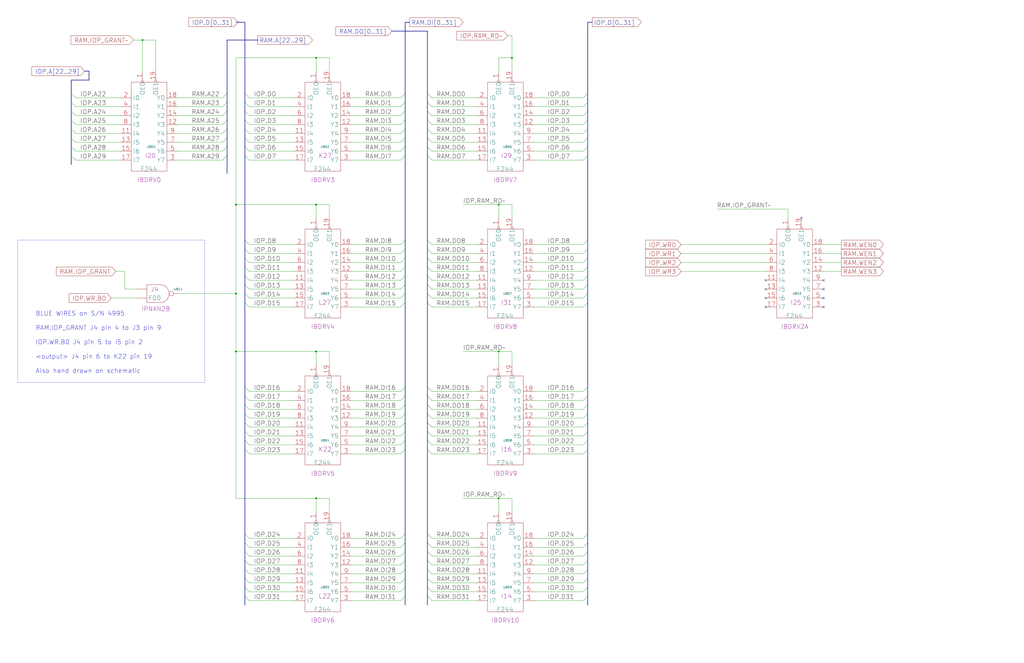
<source format=kicad_sch>
(kicad_sch (version 20250114) (generator "eeschema") (generator_version "9.0")
  (paper "User" 584.2 378.46)
  (title_block (title "IOP\\nMEMORY BUFFERS") (date "22-SEP-90") (rev "2.0") (comment 1 "IOC") (comment 2 "232-003061") (comment 3 "S400") (comment 4 "RELEASED"))
  (lib_symbols
    (symbol "r1000:F00" (pin_numbers (hide yes)) (pin_names (hide yes))
      (property "Reference" "U" (at 15.24 0 0))
      (property "Value" "F00" (at 1.905 -5.08 0))
      (property "Location" "___" (at 1.905 0 0))
      (property "Name" "______" (at 2.54 -12.7 0))
      (symbol "F00_0_1"
        (polyline (pts (xy -2.54 2.54) (xy -2.54 -7.62)) (stroke (width 0.1524)))
        (polyline (pts (xy -2.54 2.54) (xy 5.08 2.54)) (stroke (width 0.1524)))
        (polyline (pts (xy -2.54 -7.62) (xy 5.08 -7.62)) (stroke (width 0.1524)))
        (arc (start 5.08 2.54) (mid 10.1281 -2.54) (end 5.08 -7.62) (stroke (width 0.1524)))
        (circle (center 11.43 -2.54) (radius 1.27) (stroke (width 0.1524)))
      )
      (symbol "F00_0_2"
        (arc (start -3.175 2.54) (mid -2.134 -2.54) (end -3.175 -7.62) (stroke (width 0.1524)))
        (circle (center -3.81 0) (radius 1.27) (stroke (width 0.1524)))
        (circle (center -3.81 -5.08) (radius 1.27) (stroke (width 0.1524)))
        (polyline (pts (xy -3.175 2.54) (xy 3.81 2.54)) (stroke (width 0.1524)))
        (polyline (pts (xy -3.175 -7.62) (xy 3.81 -7.62)) (stroke (width 0.1524)))
        (arc (start 3.81 2.54) (mid 7.5828 0.7472) (end 10.16 -2.54) (stroke (width 0.1524)))
        (arc (start 10.16 -2.54) (mid 7.5855 -5.8306) (end 3.81 -7.62) (stroke (width 0.1524)))
      )
      (symbol "F00_1_1"
        (pin input line (at -7.62 0 0) (length 5.08) (name "D0") (number "1"))
        (pin input line (at -7.62 -5.08 0) (length 5.08) (name "D1") (number "2"))
        (pin output line (at 15.24 -2.54 180) (length 2.54) (name "Q") (number "3"))
      )
      (symbol "F00_1_2"
        (pin input line (at -7.62 0 0) (length 2.54) (name "D0") (number "1"))
        (pin input line (at -7.62 -5.08 0) (length 2.54) (name "D1") (number "2"))
        (pin output line (at 15.24 -2.54 180) (length 5.08) (name "Q") (number "3"))
      )
    )
    (symbol "r1000:F244" (pin_names (offset 1.016))
      (property "Reference" "U" (at 2.54 5.08 0))
      (property "Value" "F244" (at -3.81 -7.62 0))
      (property "Location" "___" (at -1.27 0 0))
      (property "Name" "______" (at 1.27 -15.24 0))
      (symbol "F244_1_1"
        (rectangle (start -8.89 41.91) (end 11.43 -8.89))
        (circle (center -2.54 42.545) (radius 0.635))
        (circle (center 5.08 42.545) (radius 0.635))
        (pin input line (at -15.24 33.02 0) (length 6.35) (name "I0") (number "2"))
        (pin input line (at -15.24 27.94 0) (length 6.35) (name "I1") (number "4"))
        (pin input line (at -15.24 22.86 0) (length 6.35) (name "I2") (number "6"))
        (pin input line (at -15.24 17.78 0) (length 6.35) (name "I3") (number "8"))
        (pin input line (at -15.24 12.7 0) (length 6.35) (name "I4") (number "11"))
        (pin input line (at -15.24 7.62 0) (length 6.35) (name "I5") (number "13"))
        (pin input line (at -15.24 2.54 0) (length 6.35) (name "I6") (number "15"))
        (pin input line (at -15.24 -2.54 0) (length 6.35) (name "I7") (number "17"))
        (pin input line (at -2.54 48.26 270) (length 5.08) (name "OE0") (number "1"))
        (pin input line (at 5.08 48.26 270) (length 5.08) (name "OE1") (number "19"))
        (pin tri_state line (at 17.78 33.02 180) (length 6.35) (name "Y0") (number "18"))
        (pin tri_state line (at 17.78 27.94 180) (length 6.35) (name "Y1") (number "16"))
        (pin tri_state line (at 17.78 22.86 180) (length 6.35) (name "Y2") (number "14"))
        (pin tri_state line (at 17.78 17.78 180) (length 6.35) (name "Y3") (number "12"))
        (pin tri_state line (at 17.78 12.7 180) (length 6.35) (name "Y4") (number "9"))
        (pin tri_state line (at 17.78 7.62 180) (length 6.35) (name "Y5") (number "7"))
        (pin tri_state line (at 17.78 2.54 180) (length 6.35) (name "Y6") (number "5"))
        (pin tri_state line (at 17.78 -2.54 180) (length 6.35) (name "Y7") (number "3"))
      )
    )
  )
  (text "BLUE WIRES on S/N 4995\n\nRAM.IOP_GRANT J4 pin 4 to J3 pin 9\n\nIOP.WR.B0 J4 pin 5 to I5 pin 2\n\n<output> J4 pin 6 to K22 pin 19\n\nAlso hand drawn on schematic" (at 20.32 213.36 0) (effects (font (size 2.54 2.54)) (justify left bottom)))
  (junction (at 292.1 33.02))
  (junction (at 180.34 33.02))
  (junction (at 134.62 167.64))
  (junction (at 284.48 200.66))
  (junction (at 81.28 22.86))
  (junction (at 180.34 284.48))
  (junction (at 284.48 116.84))
  (junction (at 134.62 116.84))
  (junction (at 180.34 116.84))
  (junction (at 180.34 200.66))
  (junction (at 134.62 200.66))
  (junction (at 284.48 284.48))
  (no_connect (at 469.9 165.1))
  (no_connect (at 469.9 170.18))
  (no_connect (at 469.9 160.02))
  (no_connect (at 436.88 160.02))
  (no_connect (at 457.2 124.46))
  (no_connect (at 436.88 170.18))
  (no_connect (at 436.88 175.26))
  (no_connect (at 469.9 175.26))
  (no_connect (at 436.88 165.1))
  (bus_entry (at 335.28 73.66) (size -2.54 2.54))
  (bus_entry (at 335.28 63.5) (size -2.54 2.54))
  (bus_entry (at 139.7 251.46) (size 2.54 2.54))
  (bus_entry (at 139.7 226.06) (size 2.54 2.54))
  (bus_entry (at 129.54 68.58) (size -2.54 2.54))
  (bus_entry (at 139.7 137.16) (size 2.54 2.54))
  (bus_entry (at 243.84 147.32) (size 2.54 2.54))
  (bus_entry (at 139.7 246.38) (size 2.54 2.54))
  (bus_entry (at 231.14 314.96) (size -2.54 2.54))
  (bus_entry (at 243.84 325.12) (size 2.54 2.54))
  (bus_entry (at 335.28 251.46) (size -2.54 2.54))
  (bus_entry (at 243.84 162.56) (size 2.54 2.54))
  (bus_entry (at 40.64 88.9) (size 2.54 2.54))
  (bus_entry (at 335.28 162.56) (size -2.54 2.54))
  (bus_entry (at 231.14 231.14) (size -2.54 2.54))
  (bus_entry (at 231.14 220.98) (size -2.54 2.54))
  (bus_entry (at 139.7 304.8) (size 2.54 2.54))
  (bus_entry (at 231.14 142.24) (size -2.54 2.54))
  (bus_entry (at 231.14 83.82) (size -2.54 2.54))
  (bus_entry (at 139.7 63.5) (size 2.54 2.54))
  (bus_entry (at 243.84 220.98) (size 2.54 2.54))
  (bus_entry (at 231.14 73.66) (size -2.54 2.54))
  (bus_entry (at 231.14 246.38) (size -2.54 2.54))
  (bus_entry (at 335.28 172.72) (size -2.54 2.54))
  (bus_entry (at 139.7 73.66) (size 2.54 2.54))
  (bus_entry (at 243.84 335.28) (size 2.54 2.54))
  (bus_entry (at 139.7 167.64) (size 2.54 2.54))
  (bus_entry (at 231.14 172.72) (size -2.54 2.54))
  (bus_entry (at 129.54 63.5) (size -2.54 2.54))
  (bus_entry (at 335.28 157.48) (size -2.54 2.54))
  (bus_entry (at 335.28 236.22) (size -2.54 2.54))
  (bus_entry (at 335.28 78.74) (size -2.54 2.54))
  (bus_entry (at 335.28 137.16) (size -2.54 2.54))
  (bus_entry (at 243.84 53.34) (size 2.54 2.54))
  (bus_entry (at 129.54 83.82) (size -2.54 2.54))
  (bus_entry (at 139.7 320.04) (size 2.54 2.54))
  (bus_entry (at 335.28 314.96) (size -2.54 2.54))
  (bus_entry (at 335.28 88.9) (size -2.54 2.54))
  (bus_entry (at 231.14 167.64) (size -2.54 2.54))
  (bus_entry (at 335.28 53.34) (size -2.54 2.54))
  (bus_entry (at 231.14 241.3) (size -2.54 2.54))
  (bus_entry (at 139.7 241.3) (size 2.54 2.54))
  (bus_entry (at 231.14 78.74) (size -2.54 2.54))
  (bus_entry (at 335.28 147.32) (size -2.54 2.54))
  (bus_entry (at 231.14 304.8) (size -2.54 2.54))
  (bus_entry (at 243.84 330.2) (size 2.54 2.54))
  (bus_entry (at 231.14 340.36) (size -2.54 2.54))
  (bus_entry (at 139.7 330.2) (size 2.54 2.54))
  (bus_entry (at 335.28 226.06) (size -2.54 2.54))
  (bus_entry (at 335.28 220.98) (size -2.54 2.54))
  (bus_entry (at 231.14 53.34) (size -2.54 2.54))
  (bus_entry (at 139.7 335.28) (size 2.54 2.54))
  (bus_entry (at 335.28 325.12) (size -2.54 2.54))
  (bus_entry (at 139.7 147.32) (size 2.54 2.54))
  (bus_entry (at 40.64 73.66) (size 2.54 2.54))
  (bus_entry (at 335.28 241.3) (size -2.54 2.54))
  (bus_entry (at 139.7 314.96) (size 2.54 2.54))
  (bus_entry (at 335.28 330.2) (size -2.54 2.54))
  (bus_entry (at 243.84 68.58) (size 2.54 2.54))
  (bus_entry (at 243.84 241.3) (size 2.54 2.54))
  (bus_entry (at 40.64 58.42) (size 2.54 2.54))
  (bus_entry (at 243.84 226.06) (size 2.54 2.54))
  (bus_entry (at 243.84 78.74) (size 2.54 2.54))
  (bus_entry (at 40.64 68.58) (size 2.54 2.54))
  (bus_entry (at 231.14 147.32) (size -2.54 2.54))
  (bus_entry (at 40.64 83.82) (size 2.54 2.54))
  (bus_entry (at 40.64 53.34) (size 2.54 2.54))
  (bus_entry (at 243.84 304.8) (size 2.54 2.54))
  (bus_entry (at 243.84 63.5) (size 2.54 2.54))
  (bus_entry (at 129.54 58.42) (size -2.54 2.54))
  (bus_entry (at 40.64 78.74) (size 2.54 2.54))
  (bus_entry (at 243.84 142.24) (size 2.54 2.54))
  (bus_entry (at 129.54 88.9) (size -2.54 2.54))
  (bus_entry (at 243.84 172.72) (size 2.54 2.54))
  (bus_entry (at 139.7 58.42) (size 2.54 2.54))
  (bus_entry (at 243.84 137.16) (size 2.54 2.54))
  (bus_entry (at 231.14 63.5) (size -2.54 2.54))
  (bus_entry (at 231.14 320.04) (size -2.54 2.54))
  (bus_entry (at 335.28 142.24) (size -2.54 2.54))
  (bus_entry (at 335.28 340.36) (size -2.54 2.54))
  (bus_entry (at 139.7 157.48) (size 2.54 2.54))
  (bus_entry (at 231.14 157.48) (size -2.54 2.54))
  (bus_entry (at 231.14 330.2) (size -2.54 2.54))
  (bus_entry (at 243.84 152.4) (size 2.54 2.54))
  (bus_entry (at 243.84 314.96) (size 2.54 2.54))
  (bus_entry (at 243.84 157.48) (size 2.54 2.54))
  (bus_entry (at 231.14 256.54) (size -2.54 2.54))
  (bus_entry (at 231.14 236.22) (size -2.54 2.54))
  (bus_entry (at 139.7 325.12) (size 2.54 2.54))
  (bus_entry (at 335.28 304.8) (size -2.54 2.54))
  (bus_entry (at 231.14 162.56) (size -2.54 2.54))
  (bus_entry (at 139.7 220.98) (size 2.54 2.54))
  (bus_entry (at 139.7 88.9) (size 2.54 2.54))
  (bus_entry (at 129.54 73.66) (size -2.54 2.54))
  (bus_entry (at 139.7 83.82) (size 2.54 2.54))
  (bus_entry (at 231.14 137.16) (size -2.54 2.54))
  (bus_entry (at 243.84 251.46) (size 2.54 2.54))
  (bus_entry (at 335.28 231.14) (size -2.54 2.54))
  (bus_entry (at 243.84 167.64) (size 2.54 2.54))
  (bus_entry (at 243.84 73.66) (size 2.54 2.54))
  (bus_entry (at 231.14 309.88) (size -2.54 2.54))
  (bus_entry (at 335.28 256.54) (size -2.54 2.54))
  (bus_entry (at 139.7 256.54) (size 2.54 2.54))
  (bus_entry (at 243.84 231.14) (size 2.54 2.54))
  (bus_entry (at 139.7 142.24) (size 2.54 2.54))
  (bus_entry (at 335.28 309.88) (size -2.54 2.54))
  (bus_entry (at 139.7 309.88) (size 2.54 2.54))
  (bus_entry (at 243.84 236.22) (size 2.54 2.54))
  (bus_entry (at 243.84 309.88) (size 2.54 2.54))
  (bus_entry (at 231.14 68.58) (size -2.54 2.54))
  (bus_entry (at 139.7 162.56) (size 2.54 2.54))
  (bus_entry (at 231.14 325.12) (size -2.54 2.54))
  (bus_entry (at 139.7 172.72) (size 2.54 2.54))
  (bus_entry (at 243.84 88.9) (size 2.54 2.54))
  (bus_entry (at 231.14 226.06) (size -2.54 2.54))
  (bus_entry (at 231.14 251.46) (size -2.54 2.54))
  (bus_entry (at 139.7 236.22) (size 2.54 2.54))
  (bus_entry (at 243.84 246.38) (size 2.54 2.54))
  (bus_entry (at 335.28 152.4) (size -2.54 2.54))
  (bus_entry (at 335.28 167.64) (size -2.54 2.54))
  (bus_entry (at 231.14 335.28) (size -2.54 2.54))
  (bus_entry (at 335.28 246.38) (size -2.54 2.54))
  (bus_entry (at 243.84 340.36) (size 2.54 2.54))
  (bus_entry (at 243.84 58.42) (size 2.54 2.54))
  (bus_entry (at 335.28 335.28) (size -2.54 2.54))
  (bus_entry (at 243.84 83.82) (size 2.54 2.54))
  (bus_entry (at 40.64 63.5) (size 2.54 2.54))
  (bus_entry (at 129.54 78.74) (size -2.54 2.54))
  (bus_entry (at 139.7 78.74) (size 2.54 2.54))
  (bus_entry (at 335.28 320.04) (size -2.54 2.54))
  (bus_entry (at 335.28 68.58) (size -2.54 2.54))
  (bus_entry (at 129.54 53.34) (size -2.54 2.54))
  (bus_entry (at 335.28 58.42) (size -2.54 2.54))
  (bus_entry (at 139.7 152.4) (size 2.54 2.54))
  (bus_entry (at 335.28 83.82) (size -2.54 2.54))
  (bus_entry (at 139.7 340.36) (size 2.54 2.54))
  (bus_entry (at 243.84 320.04) (size 2.54 2.54))
  (bus_entry (at 139.7 53.34) (size 2.54 2.54))
  (bus_entry (at 139.7 231.14) (size 2.54 2.54))
  (bus_entry (at 231.14 152.4) (size -2.54 2.54))
  (bus_entry (at 139.7 68.58) (size 2.54 2.54))
  (bus_entry (at 231.14 58.42) (size -2.54 2.54))
  (bus_entry (at 243.84 256.54) (size 2.54 2.54))
  (bus_entry (at 231.14 88.9) (size -2.54 2.54))
  (bus (pts (xy 40.64 78.74) (xy 40.64 83.82)))
  (wire (pts (xy 142.24 228.6) (xy 167.64 228.6)))
  (wire (pts (xy 304.8 170.18) (xy 332.74 170.18)))
  (wire (pts (xy 246.38 238.76) (xy 271.78 238.76)))
  (wire (pts (xy 246.38 327.66) (xy 271.78 327.66)))
  (wire (pts (xy 284.48 33.02) (xy 284.48 40.64)))
  (wire (pts (xy 81.28 22.86) (xy 88.9 22.86)))
  (bus (pts (xy 139.7 53.34) (xy 139.7 58.42)))
  (bus (pts (xy 139.7 78.74) (xy 139.7 83.82)))
  (wire (pts (xy 180.34 284.48) (xy 134.62 284.48)))
  (wire (pts (xy 304.8 307.34) (xy 332.74 307.34)))
  (bus (pts (xy 335.28 241.3) (xy 335.28 246.38)))
  (wire (pts (xy 142.24 160.02) (xy 167.64 160.02)))
  (wire (pts (xy 246.38 228.6) (xy 271.78 228.6)))
  (bus (pts (xy 139.7 142.24) (xy 139.7 147.32)))
  (bus (pts (xy 335.28 12.7) (xy 337.82 12.7)))
  (wire (pts (xy 246.38 243.84) (xy 271.78 243.84)))
  (bus (pts (xy 139.7 73.66) (xy 139.7 78.74)))
  (bus (pts (xy 139.7 256.54) (xy 139.7 304.8)))
  (bus (pts (xy 335.28 63.5) (xy 335.28 68.58)))
  (wire (pts (xy 292.1 124.46) (xy 292.1 116.84)))
  (bus (pts (xy 40.64 88.9) (xy 40.64 93.98)))
  (bus (pts (xy 335.28 142.24) (xy 335.28 147.32)))
  (wire (pts (xy 142.24 66.04) (xy 167.64 66.04)))
  (bus (pts (xy 243.84 236.22) (xy 243.84 241.3)))
  (bus (pts (xy 231.14 309.88) (xy 231.14 314.96)))
  (bus (pts (xy 129.54 78.74) (xy 129.54 83.82)))
  (wire (pts (xy 246.38 233.68) (xy 271.78 233.68)))
  (bus (pts (xy 243.84 304.8) (xy 243.84 309.88)))
  (wire (pts (xy 180.34 284.48) (xy 180.34 292.1)))
  (wire (pts (xy 200.66 160.02) (xy 228.6 160.02)))
  (bus (pts (xy 243.84 157.48) (xy 243.84 162.56)))
  (bus (pts (xy 243.84 167.64) (xy 243.84 172.72)))
  (bus (pts (xy 40.64 45.72) (xy 40.64 53.34)))
  (bus (pts (xy 139.7 157.48) (xy 139.7 162.56)))
  (wire (pts (xy 142.24 144.78) (xy 167.64 144.78)))
  (wire (pts (xy 134.62 200.66) (xy 134.62 284.48)))
  (bus (pts (xy 129.54 53.34) (xy 129.54 58.42)))
  (wire (pts (xy 142.24 165.1) (xy 167.64 165.1)))
  (polyline (pts (xy 10.16 137.16) (xy 10.16 218.44)) (stroke (width 0.0243)))
  (wire (pts (xy 289.56 20.32) (xy 292.1 20.32)))
  (bus (pts (xy 243.84 73.66) (xy 243.84 78.74)))
  (wire (pts (xy 292.1 33.02) (xy 284.48 33.02)))
  (bus (pts (xy 335.28 256.54) (xy 335.28 304.8)))
  (wire (pts (xy 246.38 332.74) (xy 271.78 332.74)))
  (wire (pts (xy 304.8 223.52) (xy 332.74 223.52)))
  (bus (pts (xy 50.8 40.64) (xy 50.8 45.72)))
  (bus (pts (xy 139.7 251.46) (xy 139.7 256.54)))
  (bus (pts (xy 40.64 58.42) (xy 40.64 63.5)))
  (wire (pts (xy 142.24 238.76) (xy 167.64 238.76)))
  (bus (pts (xy 243.84 220.98) (xy 243.84 226.06)))
  (wire (pts (xy 304.8 312.42) (xy 332.74 312.42)))
  (wire (pts (xy 142.24 71.12) (xy 167.64 71.12)))
  (bus (pts (xy 335.28 157.48) (xy 335.28 162.56)))
  (bus (pts (xy 50.8 45.72) (xy 40.64 45.72)))
  (bus (pts (xy 335.28 304.8) (xy 335.28 309.88)))
  (wire (pts (xy 388.62 139.7) (xy 436.88 139.7)))
  (wire (pts (xy 304.8 327.66) (xy 332.74 327.66)))
  (bus (pts (xy 243.84 320.04) (xy 243.84 325.12)))
  (bus (pts (xy 231.14 58.42) (xy 231.14 63.5)))
  (wire (pts (xy 187.96 292.1) (xy 187.96 284.48)))
  (wire (pts (xy 180.34 200.66) (xy 180.34 208.28)))
  (bus (pts (xy 243.84 335.28) (xy 243.84 340.36)))
  (bus (pts (xy 48.26 40.64) (xy 50.8 40.64)))
  (wire (pts (xy 246.38 60.96) (xy 271.78 60.96)))
  (wire (pts (xy 200.66 238.76) (xy 228.6 238.76)))
  (bus (pts (xy 231.14 147.32) (xy 231.14 152.4)))
  (bus (pts (xy 335.28 320.04) (xy 335.28 325.12)))
  (wire (pts (xy 292.1 292.1) (xy 292.1 284.48)))
  (wire (pts (xy 304.8 160.02) (xy 332.74 160.02)))
  (wire (pts (xy 304.8 60.96) (xy 332.74 60.96)))
  (bus (pts (xy 335.28 251.46) (xy 335.28 256.54)))
  (bus (pts (xy 335.28 53.34) (xy 335.28 58.42)))
  (wire (pts (xy 142.24 81.28) (xy 167.64 81.28)))
  (bus (pts (xy 139.7 83.82) (xy 139.7 88.9)))
  (bus (pts (xy 139.7 147.32) (xy 139.7 152.4)))
  (bus (pts (xy 139.7 320.04) (xy 139.7 325.12)))
  (wire (pts (xy 200.66 223.52) (xy 228.6 223.52)))
  (wire (pts (xy 246.38 76.2) (xy 271.78 76.2)))
  (wire (pts (xy 304.8 317.5) (xy 332.74 317.5)))
  (wire (pts (xy 200.66 233.68) (xy 228.6 233.68)))
  (wire (pts (xy 142.24 259.08) (xy 167.64 259.08)))
  (bus (pts (xy 231.14 63.5) (xy 231.14 68.58)))
  (wire (pts (xy 469.9 149.86) (xy 480.06 149.86)))
  (wire (pts (xy 246.38 71.12) (xy 271.78 71.12)))
  (wire (pts (xy 284.48 284.48) (xy 284.48 292.1)))
  (wire (pts (xy 142.24 76.2) (xy 167.64 76.2)))
  (bus (pts (xy 129.54 22.86) (xy 147.32 22.86)))
  (wire (pts (xy 142.24 322.58) (xy 167.64 322.58)))
  (wire (pts (xy 304.8 243.84) (xy 332.74 243.84)))
  (wire (pts (xy 200.66 154.94) (xy 228.6 154.94)))
  (wire (pts (xy 292.1 116.84) (xy 284.48 116.84)))
  (wire (pts (xy 200.66 327.66) (xy 228.6 327.66)))
  (bus (pts (xy 335.28 162.56) (xy 335.28 167.64)))
  (wire (pts (xy 388.62 144.78) (xy 436.88 144.78)))
  (bus (pts (xy 231.14 320.04) (xy 231.14 325.12)))
  (bus (pts (xy 243.84 63.5) (xy 243.84 68.58)))
  (bus (pts (xy 231.14 12.7) (xy 233.68 12.7)))
  (bus (pts (xy 243.84 88.9) (xy 243.84 137.16)))
  (wire (pts (xy 101.6 55.88) (xy 127 55.88)))
  (bus (pts (xy 139.7 172.72) (xy 139.7 220.98)))
  (bus (pts (xy 129.54 63.5) (xy 129.54 68.58)))
  (wire (pts (xy 142.24 233.68) (xy 167.64 233.68)))
  (bus (pts (xy 335.28 172.72) (xy 335.28 220.98)))
  (bus (pts (xy 335.28 147.32) (xy 335.28 152.4)))
  (bus (pts (xy 231.14 53.34) (xy 231.14 58.42)))
  (wire (pts (xy 264.16 116.84) (xy 284.48 116.84)))
  (bus (pts (xy 139.7 88.9) (xy 139.7 137.16)))
  (wire (pts (xy 200.66 322.58) (xy 228.6 322.58)))
  (bus (pts (xy 223.52 17.78) (xy 243.84 17.78)))
  (wire (pts (xy 180.34 116.84) (xy 180.34 124.46)))
  (wire (pts (xy 284.48 200.66) (xy 284.48 208.28)))
  (wire (pts (xy 101.6 71.12) (xy 127 71.12)))
  (bus (pts (xy 335.28 58.42) (xy 335.28 63.5)))
  (wire (pts (xy 292.1 200.66) (xy 284.48 200.66)))
  (bus (pts (xy 231.14 304.8) (xy 231.14 309.88)))
  (wire (pts (xy 304.8 91.44) (xy 332.74 91.44)))
  (wire (pts (xy 469.9 144.78) (xy 480.06 144.78)))
  (wire (pts (xy 200.66 71.12) (xy 228.6 71.12)))
  (bus (pts (xy 139.7 162.56) (xy 139.7 167.64)))
  (bus (pts (xy 335.28 226.06) (xy 335.28 231.14)))
  (wire (pts (xy 200.66 248.92) (xy 228.6 248.92)))
  (bus (pts (xy 335.28 335.28) (xy 335.28 340.36)))
  (bus (pts (xy 335.28 83.82) (xy 335.28 88.9)))
  (wire (pts (xy 449.58 119.38) (xy 449.58 124.46)))
  (bus (pts (xy 243.84 17.78) (xy 243.84 53.34)))
  (bus (pts (xy 40.64 63.5) (xy 40.64 68.58)))
  (bus (pts (xy 139.7 314.96) (xy 139.7 320.04)))
  (wire (pts (xy 63.5 170.18) (xy 78.74 170.18)))
  (bus (pts (xy 335.28 12.7) (xy 335.28 53.34)))
  (wire (pts (xy 304.8 337.82) (xy 332.74 337.82)))
  (bus (pts (xy 139.7 231.14) (xy 139.7 236.22)))
  (wire (pts (xy 142.24 332.74) (xy 167.64 332.74)))
  (bus (pts (xy 335.28 330.2) (xy 335.28 335.28)))
  (wire (pts (xy 246.38 144.78) (xy 271.78 144.78)))
  (wire (pts (xy 246.38 86.36) (xy 271.78 86.36)))
  (wire (pts (xy 101.6 76.2) (xy 127 76.2)))
  (wire (pts (xy 101.6 60.96) (xy 127 60.96)))
  (wire (pts (xy 142.24 248.92) (xy 167.64 248.92)))
  (wire (pts (xy 246.38 154.94) (xy 271.78 154.94)))
  (bus (pts (xy 243.84 53.34) (xy 243.84 58.42)))
  (bus (pts (xy 231.14 12.7) (xy 231.14 53.34)))
  (wire (pts (xy 304.8 55.88) (xy 332.74 55.88)))
  (bus (pts (xy 231.14 88.9) (xy 231.14 137.16)))
  (wire (pts (xy 187.96 40.64) (xy 187.96 33.02)))
  (bus (pts (xy 139.7 340.36) (xy 139.7 345.44)))
  (wire (pts (xy 246.38 259.08) (xy 271.78 259.08)))
  (wire (pts (xy 134.62 33.02) (xy 134.62 116.84)))
  (wire (pts (xy 304.8 228.6) (xy 332.74 228.6)))
  (bus (pts (xy 231.14 231.14) (xy 231.14 236.22)))
  (wire (pts (xy 187.96 124.46) (xy 187.96 116.84)))
  (bus (pts (xy 335.28 167.64) (xy 335.28 172.72)))
  (bus (pts (xy 231.14 142.24) (xy 231.14 147.32)))
  (bus (pts (xy 335.28 78.74) (xy 335.28 83.82)))
  (wire (pts (xy 180.34 33.02) (xy 134.62 33.02)))
  (bus (pts (xy 243.84 314.96) (xy 243.84 320.04)))
  (wire (pts (xy 304.8 144.78) (xy 332.74 144.78)))
  (wire (pts (xy 200.66 66.04) (xy 228.6 66.04)))
  (bus (pts (xy 139.7 236.22) (xy 139.7 241.3)))
  (wire (pts (xy 142.24 317.5) (xy 167.64 317.5)))
  (bus (pts (xy 231.14 325.12) (xy 231.14 330.2)))
  (bus (pts (xy 129.54 88.9) (xy 129.54 99.06)))
  (bus (pts (xy 139.7 325.12) (xy 139.7 330.2)))
  (wire (pts (xy 187.96 208.28) (xy 187.96 200.66)))
  (bus (pts (xy 335.28 314.96) (xy 335.28 320.04)))
  (wire (pts (xy 43.18 66.04) (xy 68.58 66.04)))
  (bus (pts (xy 243.84 172.72) (xy 243.84 220.98)))
  (wire (pts (xy 284.48 116.84) (xy 284.48 124.46)))
  (wire (pts (xy 246.38 307.34) (xy 271.78 307.34)))
  (wire (pts (xy 43.18 55.88) (xy 68.58 55.88)))
  (wire (pts (xy 388.62 149.86) (xy 436.88 149.86)))
  (wire (pts (xy 142.24 342.9) (xy 167.64 342.9)))
  (bus (pts (xy 129.54 22.86) (xy 129.54 53.34)))
  (bus (pts (xy 139.7 12.7) (xy 139.7 53.34)))
  (wire (pts (xy 101.6 86.36) (xy 127 86.36)))
  (wire (pts (xy 142.24 55.88) (xy 167.64 55.88)))
  (wire (pts (xy 246.38 55.88) (xy 271.78 55.88)))
  (wire (pts (xy 304.8 139.7) (xy 332.74 139.7)))
  (bus (pts (xy 129.54 83.82) (xy 129.54 88.9)))
  (bus (pts (xy 139.7 246.38) (xy 139.7 251.46)))
  (bus (pts (xy 231.14 73.66) (xy 231.14 78.74)))
  (wire (pts (xy 304.8 165.1) (xy 332.74 165.1)))
  (bus (pts (xy 231.14 78.74) (xy 231.14 83.82)))
  (wire (pts (xy 246.38 175.26) (xy 271.78 175.26)))
  (wire (pts (xy 304.8 248.92) (xy 332.74 248.92)))
  (wire (pts (xy 408.94 119.38) (xy 449.58 119.38)))
  (bus (pts (xy 243.84 251.46) (xy 243.84 256.54)))
  (wire (pts (xy 142.24 327.66) (xy 167.64 327.66)))
  (bus (pts (xy 231.14 256.54) (xy 231.14 304.8)))
  (wire (pts (xy 246.38 91.44) (xy 271.78 91.44)))
  (bus (pts (xy 129.54 73.66) (xy 129.54 78.74)))
  (bus (pts (xy 243.84 330.2) (xy 243.84 335.28)))
  (wire (pts (xy 200.66 144.78) (xy 228.6 144.78)))
  (wire (pts (xy 246.38 139.7) (xy 271.78 139.7)))
  (wire (pts (xy 200.66 91.44) (xy 228.6 91.44)))
  (wire (pts (xy 469.9 139.7) (xy 480.06 139.7)))
  (bus (pts (xy 40.64 83.82) (xy 40.64 88.9)))
  (wire (pts (xy 142.24 243.84) (xy 167.64 243.84)))
  (bus (pts (xy 335.28 309.88) (xy 335.28 314.96)))
  (bus (pts (xy 243.84 231.14) (xy 243.84 236.22)))
  (bus (pts (xy 243.84 241.3) (xy 243.84 246.38)))
  (wire (pts (xy 134.62 116.84) (xy 180.34 116.84)))
  (bus (pts (xy 231.14 241.3) (xy 231.14 246.38)))
  (wire (pts (xy 292.1 20.32) (xy 292.1 33.02)))
  (wire (pts (xy 101.6 66.04) (xy 127 66.04)))
  (bus (pts (xy 335.28 246.38) (xy 335.28 251.46)))
  (bus (pts (xy 231.14 137.16) (xy 231.14 142.24)))
  (bus (pts (xy 231.14 172.72) (xy 231.14 220.98)))
  (wire (pts (xy 304.8 233.68) (xy 332.74 233.68)))
  (wire (pts (xy 134.62 167.64) (xy 134.62 200.66)))
  (bus (pts (xy 243.84 256.54) (xy 243.84 304.8)))
  (wire (pts (xy 43.18 91.44) (xy 68.58 91.44)))
  (wire (pts (xy 142.24 254) (xy 167.64 254)))
  (bus (pts (xy 231.14 330.2) (xy 231.14 335.28)))
  (wire (pts (xy 187.96 200.66) (xy 180.34 200.66)))
  (bus (pts (xy 231.14 162.56) (xy 231.14 167.64)))
  (wire (pts (xy 304.8 259.08) (xy 332.74 259.08)))
  (wire (pts (xy 246.38 223.52) (xy 271.78 223.52)))
  (bus (pts (xy 231.14 314.96) (xy 231.14 320.04)))
  (wire (pts (xy 304.8 154.94) (xy 332.74 154.94)))
  (wire (pts (xy 187.96 33.02) (xy 180.34 33.02)))
  (wire (pts (xy 304.8 149.86) (xy 332.74 149.86)))
  (wire (pts (xy 200.66 317.5) (xy 228.6 317.5)))
  (bus (pts (xy 231.14 152.4) (xy 231.14 157.48)))
  (wire (pts (xy 200.66 139.7) (xy 228.6 139.7)))
  (wire (pts (xy 304.8 76.2) (xy 332.74 76.2)))
  (bus (pts (xy 243.84 226.06) (xy 243.84 231.14)))
  (bus (pts (xy 243.84 340.36) (xy 243.84 345.44)))
  (wire (pts (xy 200.66 254) (xy 228.6 254)))
  (bus (pts (xy 243.84 58.42) (xy 243.84 63.5)))
  (wire (pts (xy 142.24 337.82) (xy 167.64 337.82)))
  (bus (pts (xy 335.28 152.4) (xy 335.28 157.48)))
  (bus (pts (xy 139.7 335.28) (xy 139.7 340.36)))
  (bus (pts (xy 335.28 137.16) (xy 335.28 142.24)))
  (bus (pts (xy 139.7 152.4) (xy 139.7 157.48)))
  (wire (pts (xy 200.66 312.42) (xy 228.6 312.42)))
  (wire (pts (xy 304.8 254) (xy 332.74 254)))
  (bus (pts (xy 139.7 330.2) (xy 139.7 335.28)))
  (wire (pts (xy 469.9 154.94) (xy 480.06 154.94)))
  (polyline (pts (xy 10.16 137.16) (xy 116.84 137.16)) (stroke (width 0.0243)))
  (bus (pts (xy 243.84 147.32) (xy 243.84 152.4)))
  (bus (pts (xy 129.54 68.58) (xy 129.54 73.66)))
  (wire (pts (xy 180.34 33.02) (xy 180.34 40.64)))
  (wire (pts (xy 246.38 317.5) (xy 271.78 317.5)))
  (bus (pts (xy 231.14 340.36) (xy 231.14 345.44)))
  (bus (pts (xy 231.14 220.98) (xy 231.14 226.06)))
  (wire (pts (xy 200.66 170.18) (xy 228.6 170.18)))
  (wire (pts (xy 292.1 284.48) (xy 284.48 284.48)))
  (bus (pts (xy 40.64 68.58) (xy 40.64 73.66)))
  (wire (pts (xy 292.1 40.64) (xy 292.1 33.02)))
  (wire (pts (xy 246.38 160.02) (xy 271.78 160.02)))
  (wire (pts (xy 200.66 81.28) (xy 228.6 81.28)))
  (wire (pts (xy 200.66 307.34) (xy 228.6 307.34)))
  (bus (pts (xy 243.84 246.38) (xy 243.84 251.46)))
  (wire (pts (xy 88.9 22.86) (xy 88.9 40.64)))
  (wire (pts (xy 264.16 200.66) (xy 284.48 200.66)))
  (bus (pts (xy 40.64 53.34) (xy 40.64 58.42)))
  (bus (pts (xy 231.14 246.38) (xy 231.14 251.46)))
  (wire (pts (xy 200.66 165.1) (xy 228.6 165.1)))
  (bus (pts (xy 139.7 241.3) (xy 139.7 246.38)))
  (wire (pts (xy 142.24 223.52) (xy 167.64 223.52)))
  (wire (pts (xy 66.04 154.94) (xy 71.12 154.94)))
  (wire (pts (xy 200.66 332.74) (xy 228.6 332.74)))
  (bus (pts (xy 243.84 162.56) (xy 243.84 167.64)))
  (wire (pts (xy 142.24 139.7) (xy 167.64 139.7)))
  (bus (pts (xy 139.7 226.06) (xy 139.7 231.14)))
  (wire (pts (xy 246.38 312.42) (xy 271.78 312.42)))
  (wire (pts (xy 304.8 332.74) (xy 332.74 332.74)))
  (wire (pts (xy 142.24 170.18) (xy 167.64 170.18)))
  (wire (pts (xy 246.38 248.92) (xy 271.78 248.92)))
  (bus (pts (xy 335.28 68.58) (xy 335.28 73.66)))
  (wire (pts (xy 142.24 91.44) (xy 167.64 91.44)))
  (wire (pts (xy 246.38 81.28) (xy 271.78 81.28)))
  (bus (pts (xy 134.62 12.7) (xy 139.7 12.7)))
  (wire (pts (xy 71.12 165.1) (xy 78.74 165.1)))
  (bus (pts (xy 243.84 83.82) (xy 243.84 88.9)))
  (polyline (pts (xy 116.84 137.16) (xy 116.84 218.44)) (stroke (width 0.0243)))
  (bus (pts (xy 231.14 157.48) (xy 231.14 162.56)))
  (wire (pts (xy 246.38 254) (xy 271.78 254)))
  (wire (pts (xy 200.66 175.26) (xy 228.6 175.26)))
  (bus (pts (xy 231.14 236.22) (xy 231.14 241.3)))
  (wire (pts (xy 43.18 71.12) (xy 68.58 71.12)))
  (bus (pts (xy 40.64 73.66) (xy 40.64 78.74)))
  (bus (pts (xy 139.7 304.8) (xy 139.7 309.88)))
  (wire (pts (xy 200.66 86.36) (xy 228.6 86.36)))
  (wire (pts (xy 101.6 91.44) (xy 127 91.44)))
  (bus (pts (xy 243.84 152.4) (xy 243.84 157.48)))
  (wire (pts (xy 246.38 322.58) (xy 271.78 322.58)))
  (wire (pts (xy 246.38 342.9) (xy 271.78 342.9)))
  (wire (pts (xy 142.24 312.42) (xy 167.64 312.42)))
  (wire (pts (xy 304.8 81.28) (xy 332.74 81.28)))
  (wire (pts (xy 304.8 86.36) (xy 332.74 86.36)))
  (bus (pts (xy 231.14 83.82) (xy 231.14 88.9)))
  (bus (pts (xy 243.84 325.12) (xy 243.84 330.2)))
  (wire (pts (xy 200.66 259.08) (xy 228.6 259.08)))
  (wire (pts (xy 142.24 175.26) (xy 167.64 175.26)))
  (wire (pts (xy 200.66 243.84) (xy 228.6 243.84)))
  (bus (pts (xy 139.7 58.42) (xy 139.7 63.5)))
  (wire (pts (xy 246.38 170.18) (xy 271.78 170.18)))
  (bus (pts (xy 231.14 251.46) (xy 231.14 256.54)))
  (bus (pts (xy 139.7 68.58) (xy 139.7 73.66)))
  (wire (pts (xy 43.18 76.2) (xy 68.58 76.2)))
  (wire (pts (xy 200.66 76.2) (xy 228.6 76.2)))
  (wire (pts (xy 43.18 86.36) (xy 68.58 86.36)))
  (bus (pts (xy 243.84 309.88) (xy 243.84 314.96)))
  (bus (pts (xy 335.28 88.9) (xy 335.28 137.16)))
  (wire (pts (xy 304.8 175.26) (xy 332.74 175.26)))
  (wire (pts (xy 142.24 60.96) (xy 167.64 60.96)))
  (bus (pts (xy 139.7 137.16) (xy 139.7 142.24)))
  (bus (pts (xy 335.28 231.14) (xy 335.28 236.22)))
  (wire (pts (xy 304.8 238.76) (xy 332.74 238.76)))
  (wire (pts (xy 101.6 81.28) (xy 127 81.28)))
  (wire (pts (xy 187.96 116.84) (xy 180.34 116.84)))
  (wire (pts (xy 142.24 154.94) (xy 167.64 154.94)))
  (wire (pts (xy 304.8 322.58) (xy 332.74 322.58)))
  (bus (pts (xy 231.14 335.28) (xy 231.14 340.36)))
  (wire (pts (xy 292.1 208.28) (xy 292.1 200.66)))
  (polyline (pts (xy 116.84 218.44) (xy 10.16 218.44)) (stroke (width 0.0243)))
  (wire (pts (xy 200.66 228.6) (xy 228.6 228.6)))
  (wire (pts (xy 304.8 71.12) (xy 332.74 71.12)))
  (bus (pts (xy 335.28 73.66) (xy 335.28 78.74)))
  (wire (pts (xy 200.66 337.82) (xy 228.6 337.82)))
  (bus (pts (xy 231.14 68.58) (xy 231.14 73.66)))
  (wire (pts (xy 264.16 284.48) (xy 284.48 284.48)))
  (wire (pts (xy 134.62 116.84) (xy 134.62 167.64)))
  (wire (pts (xy 76.2 22.86) (xy 81.28 22.86)))
  (wire (pts (xy 246.38 165.1) (xy 271.78 165.1)))
  (wire (pts (xy 200.66 149.86) (xy 228.6 149.86)))
  (wire (pts (xy 71.12 154.94) (xy 71.12 165.1)))
  (wire (pts (xy 81.28 22.86) (xy 81.28 40.64)))
  (wire (pts (xy 187.96 284.48) (xy 180.34 284.48)))
  (wire (pts (xy 246.38 149.86) (xy 271.78 149.86)))
  (wire (pts (xy 134.62 200.66) (xy 180.34 200.66)))
  (bus (pts (xy 335.28 236.22) (xy 335.28 241.3)))
  (bus (pts (xy 139.7 220.98) (xy 139.7 226.06)))
  (bus (pts (xy 231.14 226.06) (xy 231.14 231.14)))
  (wire (pts (xy 101.6 167.64) (xy 134.62 167.64)))
  (wire (pts (xy 142.24 149.86) (xy 167.64 149.86)))
  (wire (pts (xy 142.24 86.36) (xy 167.64 86.36)))
  (wire (pts (xy 43.18 60.96) (xy 68.58 60.96)))
  (bus (pts (xy 243.84 68.58) (xy 243.84 73.66)))
  (bus (pts (xy 335.28 325.12) (xy 335.28 330.2)))
  (bus (pts (xy 139.7 167.64) (xy 139.7 172.72)))
  (bus (pts (xy 243.84 78.74) (xy 243.84 83.82)))
  (wire (pts (xy 246.38 337.82) (xy 271.78 337.82)))
  (bus (pts (xy 243.84 137.16) (xy 243.84 142.24)))
  (wire (pts (xy 142.24 307.34) (xy 167.64 307.34)))
  (bus (pts (xy 335.28 220.98) (xy 335.28 226.06)))
  (wire (pts (xy 200.66 342.9) (xy 228.6 342.9)))
  (bus (pts (xy 243.84 142.24) (xy 243.84 147.32)))
  (bus (pts (xy 335.28 340.36) (xy 335.28 345.44)))
  (wire (pts (xy 200.66 55.88) (xy 228.6 55.88)))
  (wire (pts (xy 388.62 154.94) (xy 436.88 154.94)))
  (bus (pts (xy 139.7 309.88) (xy 139.7 314.96)))
  (bus (pts (xy 129.54 58.42) (xy 129.54 63.5)))
  (wire (pts (xy 200.66 60.96) (xy 228.6 60.96)))
  (wire (pts (xy 304.8 66.04) (xy 332.74 66.04)))
  (bus (pts (xy 231.14 167.64) (xy 231.14 172.72)))
  (bus (pts (xy 139.7 63.5) (xy 139.7 68.58)))
  (wire (pts (xy 43.18 81.28) (xy 68.58 81.28)))
  (wire (pts (xy 304.8 342.9) (xy 332.74 342.9)))
  (wire (pts (xy 246.38 66.04) (xy 271.78 66.04)))
  (label "RAM.DI17" (at 208.28 228.6 0) (effects (font (size 2.54 2.54))))
  (label "IOP.D18" (at 312.42 233.68 0) (effects (font (size 2.54 2.54))))
  (label "IOP.D17" (at 144.78 228.6 0) (effects (font (size 2.54 2.54))))
  (label "RAM.A27" (at 109.22 81.28 0) (effects (font (size 2.54 2.54))))
  (label "IOP.D3" (at 144.78 71.12 0) (effects (font (size 2.54 2.54))))
  (label "IOP.A24" (at 45.72 66.04 0) (effects (font (size 2.54 2.54))))
  (label "RAM.DO6" (at 248.92 86.36 0) (effects (font (size 2.54 2.54))))
  (label "RAM.DO20" (at 248.92 243.84 0) (effects (font (size 2.54 2.54))))
  (label "IOP.D1" (at 144.78 60.96 0) (effects (font (size 2.54 2.54))))
  (label "IOP.D2" (at 312.42 66.04 0) (effects (font (size 2.54 2.54))))
  (label "IOP.D16" (at 144.78 223.52 0) (effects (font (size 2.54 2.54))))
  (label "RAM.DI18" (at 208.28 233.68 0) (effects (font (size 2.54 2.54))))
  (label "IOP.D19" (at 144.78 238.76 0) (effects (font (size 2.54 2.54))))
  (label "IOP.D5" (at 144.78 81.28 0) (effects (font (size 2.54 2.54))))
  (label "RAM.DO30" (at 248.92 337.82 0) (effects (font (size 2.54 2.54))))
  (label "IOP.A22" (at 45.72 55.88 0) (effects (font (size 2.54 2.54))))
  (label "RAM.DO10" (at 248.92 149.86 0) (effects (font (size 2.54 2.54))))
  (label "RAM.DO11" (at 248.92 154.94 0) (effects (font (size 2.54 2.54))))
  (label "IOP.D21" (at 312.42 248.92 0) (effects (font (size 2.54 2.54))))
  (label "RAM.DI24" (at 208.28 307.34 0) (effects (font (size 2.54 2.54))))
  (label "IOP.D15" (at 312.42 175.26 0) (effects (font (size 2.54 2.54))))
  (label "IOP.RAM_RD~" (at 264.16 200.66 0) (effects (font (size 2.54 2.54))))
  (label "IOP.D26" (at 312.42 317.5 0) (effects (font (size 2.54 2.54))))
  (label "RAM.DO25" (at 248.92 312.42 0) (effects (font (size 2.54 2.54))))
  (label "RAM.IOP_GRANT~" (at 408.94 119.38 0) (effects (font (size 2.54 2.54))))
  (label "IOP.D25" (at 144.78 312.42 0) (effects (font (size 2.54 2.54))))
  (label "IOP.D1" (at 312.42 60.96 0) (effects (font (size 2.54 2.54))))
  (label "RAM.DI28" (at 208.28 327.66 0) (effects (font (size 2.54 2.54))))
  (label "IOP.D11" (at 312.42 154.94 0) (effects (font (size 2.54 2.54))))
  (label "RAM.DI10" (at 208.28 149.86 0) (effects (font (size 2.54 2.54))))
  (label "RAM.DI25" (at 208.28 312.42 0) (effects (font (size 2.54 2.54))))
  (label "IOP.D29" (at 144.78 332.74 0) (effects (font (size 2.54 2.54))))
  (label "IOP.D22" (at 144.78 254 0) (effects (font (size 2.54 2.54))))
  (label "RAM.DI7" (at 208.28 91.44 0) (effects (font (size 2.54 2.54))))
  (label "RAM.DO21" (at 248.92 248.92 0) (effects (font (size 2.54 2.54))))
  (label "RAM.DO26" (at 248.92 317.5 0) (effects (font (size 2.54 2.54))))
  (label "RAM.DI8" (at 208.28 139.7 0) (effects (font (size 2.54 2.54))))
  (label "RAM.DO3" (at 248.92 71.12 0) (effects (font (size 2.54 2.54))))
  (label "RAM.DO31" (at 248.92 342.9 0) (effects (font (size 2.54 2.54))))
  (label "IOP.D20" (at 312.42 243.84 0) (effects (font (size 2.54 2.54))))
  (label "RAM.DI23" (at 208.28 259.08 0) (effects (font (size 2.54 2.54))))
  (label "IOP.D22" (at 312.42 254 0) (effects (font (size 2.54 2.54))))
  (label "RAM.DI4" (at 208.28 76.2 0) (effects (font (size 2.54 2.54))))
  (label "IOP.D14" (at 312.42 170.18 0) (effects (font (size 2.54 2.54))))
  (label "IOP.D6" (at 144.78 86.36 0) (effects (font (size 2.54 2.54))))
  (label "IOP.D12" (at 312.42 160.02 0) (effects (font (size 2.54 2.54))))
  (label "IOP.RAM_RD~" (at 264.16 116.84 0) (effects (font (size 2.54 2.54))))
  (label "RAM.DO1" (at 248.92 60.96 0) (effects (font (size 2.54 2.54))))
  (label "IOP.D9" (at 144.78 144.78 0) (effects (font (size 2.54 2.54))))
  (label "IOP.D23" (at 312.42 259.08 0) (effects (font (size 2.54 2.54))))
  (label "RAM.DO13" (at 248.92 165.1 0) (effects (font (size 2.54 2.54))))
  (label "IOP.D3" (at 312.42 71.12 0) (effects (font (size 2.54 2.54))))
  (label "IOP.D25" (at 312.42 312.42 0) (effects (font (size 2.54 2.54))))
  (label "RAM.DI9" (at 208.28 144.78 0) (effects (font (size 2.54 2.54))))
  (label "IOP.D7" (at 144.78 91.44 0) (effects (font (size 2.54 2.54))))
  (label "RAM.DO18" (at 248.92 233.68 0) (effects (font (size 2.54 2.54))))
  (label "RAM.A22" (at 109.22 55.88 0) (effects (font (size 2.54 2.54))))
  (label "RAM.DO9" (at 248.92 144.78 0) (effects (font (size 2.54 2.54))))
  (label "IOP.D4" (at 144.78 76.2 0) (effects (font (size 2.54 2.54))))
  (label "RAM.DI20" (at 208.28 243.84 0) (effects (font (size 2.54 2.54))))
  (label "IOP.D4" (at 312.42 76.2 0) (effects (font (size 2.54 2.54))))
  (label "IOP.D27" (at 144.78 322.58 0) (effects (font (size 2.54 2.54))))
  (label "RAM.A28" (at 109.22 86.36 0) (effects (font (size 2.54 2.54))))
  (label "IOP.D24" (at 144.78 307.34 0) (effects (font (size 2.54 2.54))))
  (label "IOP.A26" (at 45.72 76.2 0) (effects (font (size 2.54 2.54))))
  (label "IOP.D23" (at 144.78 259.08 0) (effects (font (size 2.54 2.54))))
  (label "IOP.D10" (at 312.42 149.86 0) (effects (font (size 2.54 2.54))))
  (label "IOP.D7" (at 312.42 91.44 0) (effects (font (size 2.54 2.54))))
  (label "RAM.DO19" (at 248.92 238.76 0) (effects (font (size 2.54 2.54))))
  (label "IOP.D11" (at 144.78 154.94 0) (effects (font (size 2.54 2.54))))
  (label "IOP.A23" (at 45.72 60.96 0) (effects (font (size 2.54 2.54))))
  (label "RAM.DI13" (at 208.28 165.1 0) (effects (font (size 2.54 2.54))))
  (label "IOP.D2" (at 144.78 66.04 0) (effects (font (size 2.54 2.54))))
  (label "RAM.DO15" (at 248.92 175.26 0) (effects (font (size 2.54 2.54))))
  (label "RAM.DI14" (at 208.28 170.18 0) (effects (font (size 2.54 2.54))))
  (label "RAM.DO14" (at 248.92 170.18 0) (effects (font (size 2.54 2.54))))
  (label "IOP.D26" (at 144.78 317.5 0) (effects (font (size 2.54 2.54))))
  (label "RAM.DI16" (at 208.28 223.52 0) (effects (font (size 2.54 2.54))))
  (label "RAM.A26" (at 109.22 76.2 0) (effects (font (size 2.54 2.54))))
  (label "IOP.D13" (at 144.78 165.1 0) (effects (font (size 2.54 2.54))))
  (label "IOP.D0" (at 144.78 55.88 0) (effects (font (size 2.54 2.54))))
  (label "RAM.DI11" (at 208.28 154.94 0) (effects (font (size 2.54 2.54))))
  (label "RAM.A23" (at 109.22 60.96 0) (effects (font (size 2.54 2.54))))
  (label "IOP.D9" (at 312.42 144.78 0) (effects (font (size 2.54 2.54))))
  (label "IOP.A27" (at 45.72 81.28 0) (effects (font (size 2.54 2.54))))
  (label "IOP.D29" (at 312.42 332.74 0) (effects (font (size 2.54 2.54))))
  (label "IOP.D10" (at 144.78 149.86 0) (effects (font (size 2.54 2.54))))
  (label "RAM.DI31" (at 208.28 342.9 0) (effects (font (size 2.54 2.54))))
  (label "RAM.DI27" (at 208.28 322.58 0) (effects (font (size 2.54 2.54))))
  (label "RAM.DO16" (at 248.92 223.52 0) (effects (font (size 2.54 2.54))))
  (label "IOP.D28" (at 312.42 327.66 0) (effects (font (size 2.54 2.54))))
  (label "IOP.D31" (at 312.42 342.9 0) (effects (font (size 2.54 2.54))))
  (label "RAM.DO4" (at 248.92 76.2 0) (effects (font (size 2.54 2.54))))
  (label "RAM.DO27" (at 248.92 322.58 0) (effects (font (size 2.54 2.54))))
  (label "IOP.D28" (at 144.78 327.66 0) (effects (font (size 2.54 2.54))))
  (label "IOP.D21" (at 144.78 248.92 0) (effects (font (size 2.54 2.54))))
  (label "IOP.RAM_RD~" (at 264.16 284.48 0) (effects (font (size 2.54 2.54))))
  (label "IOP.D27" (at 312.42 322.58 0) (effects (font (size 2.54 2.54))))
  (label "IOP.D20" (at 144.78 243.84 0) (effects (font (size 2.54 2.54))))
  (label "RAM.DO0" (at 248.92 55.88 0) (effects (font (size 2.54 2.54))))
  (label "IOP.A25" (at 45.72 71.12 0) (effects (font (size 2.54 2.54))))
  (label "IOP.D16" (at 312.42 223.52 0) (effects (font (size 2.54 2.54))))
  (label "RAM.DI2" (at 208.28 66.04 0) (effects (font (size 2.54 2.54))))
  (label "RAM.DO2" (at 248.92 66.04 0) (effects (font (size 2.54 2.54))))
  (label "RAM.DO8" (at 248.92 139.7 0) (effects (font (size 2.54 2.54))))
  (label "RAM.A25" (at 109.22 71.12 0) (effects (font (size 2.54 2.54))))
  (label "RAM.DI22" (at 208.28 254 0) (effects (font (size 2.54 2.54))))
  (label "RAM.DI1" (at 208.28 60.96 0) (effects (font (size 2.54 2.54))))
  (label "RAM.DO23" (at 248.92 259.08 0) (effects (font (size 2.54 2.54))))
  (label "RAM.DO22" (at 248.92 254 0) (effects (font (size 2.54 2.54))))
  (label "IOP.D30" (at 144.78 337.82 0) (effects (font (size 2.54 2.54))))
  (label "RAM.DI12" (at 208.28 160.02 0) (effects (font (size 2.54 2.54))))
  (label "RAM.DI5" (at 208.28 81.28 0) (effects (font (size 2.54 2.54))))
  (label "IOP.D6" (at 312.42 86.36 0) (effects (font (size 2.54 2.54))))
  (label "IOP.D0" (at 312.42 55.88 0) (effects (font (size 2.54 2.54))))
  (label "IOP.D14" (at 144.78 170.18 0) (effects (font (size 2.54 2.54))))
  (label "IOP.D31" (at 144.78 342.9 0) (effects (font (size 2.54 2.54))))
  (label "IOP.D5" (at 312.42 81.28 0) (effects (font (size 2.54 2.54))))
  (label "RAM.DI26" (at 208.28 317.5 0) (effects (font (size 2.54 2.54))))
  (label "RAM.DI19" (at 208.28 238.76 0) (effects (font (size 2.54 2.54))))
  (label "IOP.D15" (at 144.78 175.26 0) (effects (font (size 2.54 2.54))))
  (label "RAM.DI29" (at 208.28 332.74 0) (effects (font (size 2.54 2.54))))
  (label "IOP.D13" (at 312.42 165.1 0) (effects (font (size 2.54 2.54))))
  (label "IOP.D8" (at 312.42 139.7 0) (effects (font (size 2.54 2.54))))
  (label "RAM.DI3" (at 208.28 71.12 0) (effects (font (size 2.54 2.54))))
  (label "IOP.D24" (at 312.42 307.34 0) (effects (font (size 2.54 2.54))))
  (label "RAM.DO17" (at 248.92 228.6 0) (effects (font (size 2.54 2.54))))
  (label "RAM.A29" (at 109.22 91.44 0) (effects (font (size 2.54 2.54))))
  (label "RAM.DO28" (at 248.92 327.66 0) (effects (font (size 2.54 2.54))))
  (label "RAM.DI21" (at 208.28 248.92 0) (effects (font (size 2.54 2.54))))
  (label "IOP.D12" (at 144.78 160.02 0) (effects (font (size 2.54 2.54))))
  (label "RAM.DO24" (at 248.92 307.34 0) (effects (font (size 2.54 2.54))))
  (label "RAM.DI15" (at 208.28 175.26 0) (effects (font (size 2.54 2.54))))
  (label "RAM.DI30" (at 208.28 337.82 0) (effects (font (size 2.54 2.54))))
  (label "RAM.DO5" (at 248.92 81.28 0) (effects (font (size 2.54 2.54))))
  (label "IOP.D8" (at 144.78 139.7 0) (effects (font (size 2.54 2.54))))
  (label "RAM.A24" (at 109.22 66.04 0) (effects (font (size 2.54 2.54))))
  (label "IOP.A28" (at 45.72 86.36 0) (effects (font (size 2.54 2.54))))
  (label "IOP.D17" (at 312.42 228.6 0) (effects (font (size 2.54 2.54))))
  (label "IOP.D30" (at 312.42 337.82 0) (effects (font (size 2.54 2.54))))
  (label "IOP.A29" (at 45.72 91.44 0) (effects (font (size 2.54 2.54))))
  (label "RAM.DO29" (at 248.92 332.74 0) (effects (font (size 2.54 2.54))))
  (label "RAM.DI0" (at 208.28 55.88 0) (effects (font (size 2.54 2.54))))
  (label "RAM.DO7" (at 248.92 91.44 0) (effects (font (size 2.54 2.54))))
  (label "RAM.DO12" (at 248.92 160.02 0) (effects (font (size 2.54 2.54))))
  (label "IOP.D19" (at 312.42 238.76 0) (effects (font (size 2.54 2.54))))
  (label "RAM.DI6" (at 208.28 86.36 0) (effects (font (size 2.54 2.54))))
  (label "IOP.D18" (at 144.78 233.68 0) (effects (font (size 2.54 2.54))))
  (global_label "RAM.IOP_GRANT~" (shape input) (at 76.2 22.86 180) (effects (font (size 2.54 2.54))) (property "Intersheetrefs" "${INTERSHEET_REFS}" (at 40.1501 22.7013 0) (effects (font (size 1.905 1.905)) (justify right))))
  (global_label "IOP.WR0" (shape input) (at 388.62 139.7 180) (effects (font (size 2.54 2.54))) (property "Intersheetrefs" "${INTERSHEET_REFS}" (at 367.9311 139.5413 0) (effects (font (size 1.905 1.905)) (justify right))))
  (global_label "RAM.A[22..29]" (shape output) (at 146.9951 22.86 0) (effects (font (size 2.54 2.54))) (property "Intersheetrefs" "${INTERSHEET_REFS}" (at 178.6907 22.7013 0) (effects (font (size 1.905 1.905)) (justify left))))
  (global_label "IOP.WR1" (shape input) (at 388.62 144.78 180) (effects (font (size 2.54 2.54))) (property "Intersheetrefs" "${INTERSHEET_REFS}" (at 367.9311 144.6213 0) (effects (font (size 1.905 1.905)) (justify right))))
  (global_label "IOP.D[0..31]" (shape output) (at 337.82 12.7 0) (effects (font (size 2.54 2.54))) (property "Intersheetrefs" "${INTERSHEET_REFS}" (at 366.2499 12.5413 0) (effects (font (size 1.905 1.905)) (justify left))))
  (global_label "RAM.WEN1" (shape output) (at 480.06 144.78 0) (effects (font (size 2.54 2.54))) (property "Intersheetrefs" "${INTERSHEET_REFS}" (at 504.3775 144.6213 0) (effects (font (size 1.905 1.905)) (justify left))))
  (global_label "RAM.DI[0..31]" (shape output) (at 233.68 12.7 0) (effects (font (size 2.54 2.54))) (property "Intersheetrefs" "${INTERSHEET_REFS}" (at 264.5289 12.5413 0) (effects (font (size 1.905 1.905)) (justify left))))
  (global_label "IOP.D[0..31]" (shape input) (at 135.7612 12.7 180) (effects (font (size 2.54 2.54))) (property "Intersheetrefs" "${INTERSHEET_REFS}" (at 107.3313 12.5413 0) (effects (font (size 1.905 1.905)) (justify right))))
  (global_label "RAM.WEN3" (shape output) (at 480.06 154.94 0) (effects (font (size 2.54 2.54))) (property "Intersheetrefs" "${INTERSHEET_REFS}" (at 504.3775 154.7813 0) (effects (font (size 1.905 1.905)) (justify left))))
  (global_label "IOP.WR.B0" (shape input) (at 63.5 170.18 180) (effects (font (size 2.54 2.54))) (property "Intersheetrefs" "${INTERSHEET_REFS}" (at 39.0616 170.0213 0) (effects (font (size 1.905 1.905)) (justify right))))
  (global_label "RAM.WEN0" (shape output) (at 480.06 139.7 0) (effects (font (size 2.54 2.54))) (property "Intersheetrefs" "${INTERSHEET_REFS}" (at 504.3775 139.5413 0) (effects (font (size 1.905 1.905)) (justify left))))
  (global_label "RAM.DO[0..31]" (shape input) (at 223.52 17.78 180) (effects (font (size 2.54 2.54))) (property "Intersheetrefs" "${INTERSHEET_REFS}" (at 191.2197 17.6213 0) (effects (font (size 1.905 1.905)) (justify right))))
  (global_label "RAM.WEN2" (shape output) (at 480.06 149.86 0) (effects (font (size 2.54 2.54))) (property "Intersheetrefs" "${INTERSHEET_REFS}" (at 504.3775 149.7013 0) (effects (font (size 1.905 1.905)) (justify left))))
  (global_label "IOP.WR2" (shape input) (at 388.62 149.86 180) (effects (font (size 2.54 2.54))) (property "Intersheetrefs" "${INTERSHEET_REFS}" (at 367.9311 149.7013 0) (effects (font (size 1.905 1.905)) (justify right))))
  (global_label "IOP.WR3" (shape input) (at 388.62 154.94 180) (effects (font (size 2.54 2.54))) (property "Intersheetrefs" "${INTERSHEET_REFS}" (at 367.9311 154.7813 0) (effects (font (size 1.905 1.905)) (justify right))))
  (global_label "RAM.IOP_GRANT" (shape input) (at 66.04 154.94 180) (effects (font (size 2.54 2.54))) (property "Intersheetrefs" "${INTERSHEET_REFS}" (at 31.8044 154.7813 0) (effects (font (size 1.905 1.905)) (justify right))))
  (global_label "IOP.RAM_RD~" (shape input) (at 289.56 20.32 180) (effects (font (size 2.54 2.54))) (property "Intersheetrefs" "${INTERSHEET_REFS}" (at 260.2835 20.1613 0) (effects (font (size 1.905 1.905)) (justify right))))
  (global_label "IOP.A[22..29]" (shape input) (at 48.26 40.64 180) (effects (font (size 2.54 2.54))) (property "Intersheetrefs" "${INTERSHEET_REFS}" (at 17.774 40.4813 0) (effects (font (size 1.905 1.905)) (justify right))))
  (symbol (lib_id "r1000:F244") (at 182.88 256.54 0) (unit 1)
    (property "Reference" "U804" (at 185.42 251.46 0))
    (property "Value" "F244" (at 179.07 264.16 0) (effects (font (size 2.54 2.54)) (justify left)))
    (property "Location" "K22" (at 181.61 256.54 0) (effects (font (size 2.54 2.54)) (justify left)))
    (property "Name" "IBDRV5" (at 184.15 271.78 0) (effects (font (size 2.54 2.54)) (justify bottom)))
  )
  (symbol (lib_id "r1000:F244") (at 287.02 256.54 0) (unit 1)
    (property "Reference" "U808" (at 289.56 251.46 0))
    (property "Value" "F244" (at 283.21 264.16 0) (effects (font (size 2.54 2.54)) (justify left)))
    (property "Location" "I16" (at 285.75 256.54 0) (effects (font (size 2.54 2.54)) (justify left)))
    (property "Name" "IBDRV9" (at 288.29 271.78 0) (effects (font (size 2.54 2.54)) (justify bottom)))
  )
  (symbol (lib_id "r1000:F244") (at 182.88 340.36 0) (unit 1)
    (property "Reference" "U805" (at 185.42 335.28 0))
    (property "Value" "F244" (at 179.07 347.98 0) (effects (font (size 2.54 2.54)) (justify left)))
    (property "Location" "L22" (at 181.61 340.36 0) (effects (font (size 2.54 2.54)) (justify left)))
    (property "Name" "IBDRV6" (at 184.15 355.6 0) (effects (font (size 2.54 2.54)) (justify bottom)))
  )
  (symbol (lib_id "r1000:F244") (at 182.88 88.9 0) (unit 1)
    (property "Reference" "U802" (at 185.42 83.82 0))
    (property "Value" "F244" (at 179.07 96.52 0) (effects (font (size 2.54 2.54)) (justify left)))
    (property "Location" "K27" (at 181.61 88.9 0) (effects (font (size 2.54 2.54)) (justify left)))
    (property "Name" "IBDRV3" (at 184.15 104.14 0) (effects (font (size 2.54 2.54)) (justify bottom)))
  )
  (symbol (lib_id "r1000:F244") (at 287.02 340.36 0) (unit 1)
    (property "Reference" "U809" (at 289.56 335.28 0))
    (property "Value" "F244" (at 283.21 347.98 0) (effects (font (size 2.54 2.54)) (justify left)))
    (property "Location" "I14" (at 285.75 340.36 0) (effects (font (size 2.54 2.54)) (justify left)))
    (property "Name" "IBDRV10" (at 288.29 355.6 0) (effects (font (size 2.54 2.54)) (justify bottom)))
  )
  (symbol (lib_id "r1000:F244") (at 182.88 172.72 0) (unit 1)
    (property "Reference" "U803" (at 185.42 167.64 0))
    (property "Value" "F244" (at 179.07 180.34 0) (effects (font (size 2.54 2.54)) (justify left)))
    (property "Location" "L27" (at 181.61 172.72 0) (effects (font (size 2.54 2.54)) (justify left)))
    (property "Name" "IBDRV4" (at 184.15 187.96 0) (effects (font (size 2.54 2.54)) (justify bottom)))
  )
  (symbol (lib_id "r1000:F244") (at 452.12 172.72 0) (unit 1)
    (property "Reference" "U810" (at 454.66 167.64 0))
    (property "Value" "F244" (at 448.31 180.34 0) (effects (font (size 2.54 2.54)) (justify left)))
    (property "Location" "I25" (at 450.85 172.72 0) (effects (font (size 2.54 2.54)) (justify left)))
    (property "Name" "IBDRV2A" (at 453.39 187.96 0) (effects (font (size 2.54 2.54)) (justify bottom)))
  )
  (symbol (lib_id "r1000:F244") (at 287.02 88.9 0) (unit 1)
    (property "Reference" "U806" (at 289.56 83.82 0))
    (property "Value" "F244" (at 283.21 96.52 0) (effects (font (size 2.54 2.54)) (justify left)))
    (property "Location" "I29" (at 285.75 88.9 0) (effects (font (size 2.54 2.54)) (justify left)))
    (property "Name" "IBDRV7" (at 288.29 104.14 0) (effects (font (size 2.54 2.54)) (justify bottom)))
  )
  (symbol (lib_id "r1000:F244") (at 287.02 172.72 0) (unit 1)
    (property "Reference" "U807" (at 289.56 167.64 0))
    (property "Value" "F244" (at 283.21 180.34 0) (effects (font (size 2.54 2.54)) (justify left)))
    (property "Location" "I31" (at 285.75 172.72 0) (effects (font (size 2.54 2.54)) (justify left)))
    (property "Name" "IBDRV8" (at 288.29 187.96 0) (effects (font (size 2.54 2.54)) (justify bottom)))
  )
  (symbol (lib_id "r1000:F244") (at 83.82 88.9 0) (unit 1)
    (property "Reference" "U801" (at 86.36 83.82 0))
    (property "Value" "F244" (at 80.01 96.52 0) (effects (font (size 2.54 2.54)) (justify left)))
    (property "Location" "I20" (at 82.55 88.9 0) (effects (font (size 2.54 2.54)) (justify left)))
    (property "Name" "IBDRV0" (at 85.09 104.14 0) (effects (font (size 2.54 2.54)) (justify bottom)))
  )
  (symbol (lib_id "r1000:F00") (at 86.36 165.1 0) (unit 1)
    (property "Reference" "U811" (at 101.6 165.1 0))
    (property "Value" "F00" (at 88.265 170.18 0) (effects (font (size 2.54 2.54))))
    (property "Location" "J4" (at 88.265 165.1 0) (effects (font (size 2.54 2.54))))
    (property "Name" "IPNAN2B" (at 88.9 177.8 0) (effects (font (size 2.54 2.54)) (justify bottom)))
  )
)
</source>
